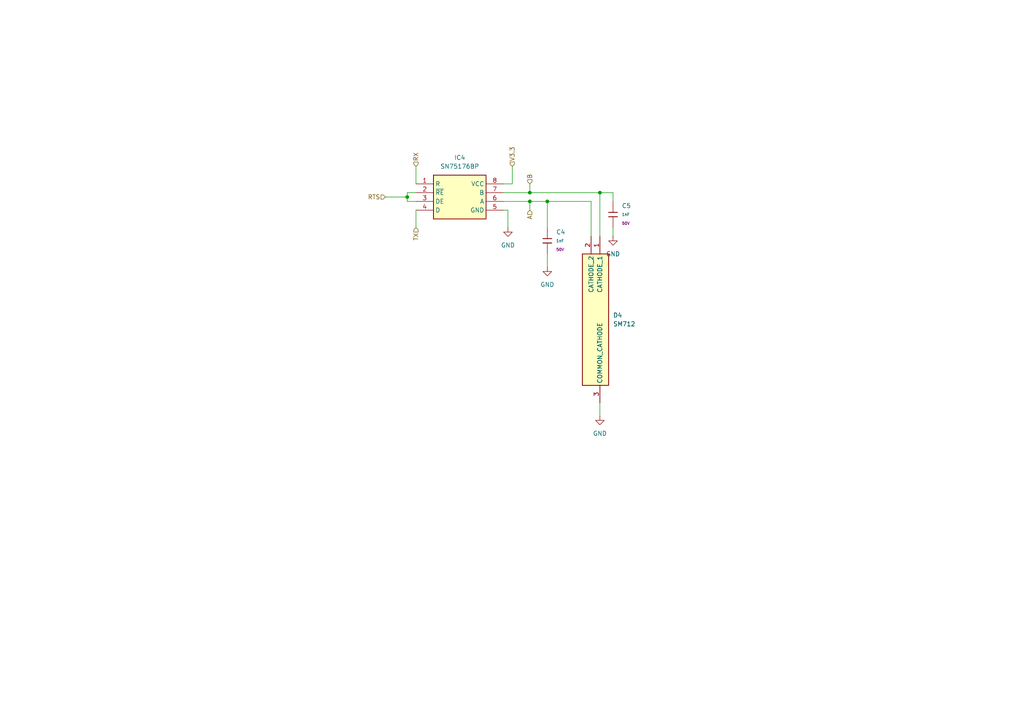
<source format=kicad_sch>
(kicad_sch (version 20250114) (generator "eeschema") (generator_version "9.0")
  (paper "A4")
  (lib_symbols
    (symbol "PCM_JLCPCB-Capacitors:0402,1nF" (pin_numbers (hide yes)) (pin_names (offset 0))
      (property "Reference" "C" (at 2.032 1.668 0))
      (property "Value" "1nF" (at 2.032 -0.3782 0))
      (property "Voltage Rated" "50V" (at 2.032 -2.0462 0))
      (symbol "0402,1nF_0_1"
        (polyline (pts (xy -1.27 0.635) (xy 1.27 0.635)) (stroke (width 0.254)))
        (polyline (pts (xy -1.27 -0.635) (xy 1.27 -0.635)) (stroke (width 0.254)))
      )
      (symbol "0402,1nF_1_1"
        (pin passive line (at 0 3.81 270) (length 3.175) (name "~") (number "1"))
        (pin passive line (at 0 -3.81 90) (length 3.175) (name "~") (number "2"))
      )
    )
    (symbol "SamacSys_Parts:SM712"
      (property "Reference" "D" (at 44.45 7.62 0))
      (property "Value" "SM712" (at 44.45 5.08 0))
      (symbol "SM712_1_1"
        (rectangle (start 5.08 2.54) (end 43.18 -5.08) (stroke (width 0.254)) (fill (type background)))
        (pin passive line (at 0 0 0) (length 5.08) (name "CATHODE_1") (number "1"))
        (pin passive line (at 0 -2.54 0) (length 5.08) (name "CATHODE_2") (number "2"))
        (pin passive line (at 48.26 0 180) (length 5.08) (name "COMMON_CATHODE") (number "3"))
      )
    )
    (symbol "SamacSys_Parts:SN75176BP"
      (property "Reference" "IC" (at 21.59 7.62 0))
      (property "Value" "SN75176BP" (at 21.59 5.08 0))
      (symbol "SN75176BP_1_1"
        (rectangle (start 5.08 2.54) (end 20.32 -10.16) (stroke (width 0.254)) (fill (type background)))
        (pin passive line (at 0 0 0) (length 5.08) (name "R") (number "1"))
        (pin passive line (at 0 -2.54 0) (length 5.08) (name "~{RE}") (number "2"))
        (pin passive line (at 0 -5.08 0) (length 5.08) (name "DE") (number "3"))
        (pin passive line (at 0 -7.62 0) (length 5.08) (name "D") (number "4"))
        (pin passive line (at 25.4 0 180) (length 5.08) (name "VCC") (number "8"))
        (pin passive line (at 25.4 -2.54 180) (length 5.08) (name "B") (number "7"))
        (pin passive line (at 25.4 -5.08 180) (length 5.08) (name "A") (number "6"))
        (pin passive line (at 25.4 -7.62 180) (length 5.08) (name "GND") (number "5"))
      )
    )
    (symbol "power:GND" (power) (pin_numbers (hide yes)) (pin_names (offset 0) (hide yes))
      (property "Value" "GND" (at 0 -3.81 0))
      (symbol "GND_0_1"
        (polyline (pts (xy 0 0) (xy 0 -1.27) (xy 1.27 -1.27) (xy 0 -2.54) (xy -1.27 -1.27) (xy 0 -1.27)))
      )
      (symbol "GND_1_1"
        (pin power_in line (at 0 0 270) (length 0) (name "~") (number "1"))
      )
    )
  )
  (junction (at 118.11 57.15))
  (junction (at 153.67 58.42))
  (junction (at 173.99 55.88))
  (junction (at 153.67 55.88))
  (junction (at 158.75 58.42))
  (wire (pts (xy 173.99 55.88) (xy 153.67 55.88)))
  (wire (pts (xy 158.75 58.42) (xy 153.67 58.42)))
  (wire (pts (xy 120.65 58.42) (xy 118.11 58.42)))
  (wire (pts (xy 148.59 53.34) (xy 146.05 53.34)))
  (wire (pts (xy 111.76 57.15) (xy 118.11 57.15)))
  (wire (pts (xy 171.45 68.58) (xy 171.45 58.42)))
  (wire (pts (xy 120.65 48.26) (xy 120.65 53.34)))
  (wire (pts (xy 120.65 60.96) (xy 120.65 66.04)))
  (wire (pts (xy 173.99 116.84) (xy 173.99 120.65)))
  (wire (pts (xy 147.32 66.04) (xy 147.32 60.96)))
  (wire (pts (xy 118.11 57.15) (xy 118.11 55.88)))
  (wire (pts (xy 147.32 60.96) (xy 146.05 60.96)))
  (wire (pts (xy 177.8 66.04) (xy 177.8 68.58)))
  (wire (pts (xy 153.67 58.42) (xy 146.05 58.42)))
  (wire (pts (xy 148.59 48.26) (xy 148.59 53.34)))
  (wire (pts (xy 118.11 58.42) (xy 118.11 57.15)))
  (wire (pts (xy 177.8 58.42) (xy 177.8 55.88)))
  (wire (pts (xy 158.75 73.66) (xy 158.75 77.47)))
  (wire (pts (xy 153.67 55.88) (xy 146.05 55.88)))
  (wire (pts (xy 153.67 53.34) (xy 153.67 55.88)))
  (wire (pts (xy 153.67 58.42) (xy 153.67 60.96)))
  (wire (pts (xy 173.99 55.88) (xy 173.99 68.58)))
  (wire (pts (xy 118.11 55.88) (xy 120.65 55.88)))
  (wire (pts (xy 173.99 55.88) (xy 177.8 55.88)))
  (wire (pts (xy 158.75 58.42) (xy 158.75 66.04)))
  (wire (pts (xy 171.45 58.42) (xy 158.75 58.42)))
  (hierarchical_label "B" (shape input) (at 153.67 53.34 90))
  (hierarchical_label "RTS" (shape input) (at 111.76 57.15 180))
  (hierarchical_label "V3.3" (shape input) (at 148.59 48.26 90))
  (hierarchical_label "TX" (shape input) (at 120.65 66.04 270))
  (hierarchical_label "RX" (shape input) (at 120.65 48.26 90))
  (hierarchical_label "A" (shape input) (at 153.67 60.96 270))
  (symbol (lib_id "power:GND") (at 158.75 77.47 0) (unit 1)
    (property "Reference" "#PWR07" (effects (hide yes)))
    (property "Value" "GND" (at 158.75 82.55 0))
    (property "Description" "Power symbol creates a global label with name \"GND\" , ground" (effects (hide yes)))
  )
  (symbol (lib_id "SamacSys_Parts:SM712") (at 173.99 68.58 270) (unit 1)
    (property "Reference" "D4" (at 177.8 91.4399 90) (effects (justify left)))
    (property "Value" "SM712" (at 177.8 93.9799 90) (effects (justify left)))
    (property "Footprint" "SOT95P240X115-3N" (effects (hide yes)))
    (property "Datasheet" "https://datasheet.lcsc.com/szlcsc/DOWO-SM712_C293966.pdf" (effects (hide yes)))
    (property "Description" "TVS diode" (effects (hide yes)))
    (property "Height" "1.15" (effects (hide yes)))
    (property "Manufacturer_Name" "DOWO" (effects (hide yes)))
    (property "Manufacturer_Part_Number" "SM712" (effects (hide yes)))
  )
  (symbol (lib_id "power:GND") (at 177.8 68.58 0) (unit 1)
    (property "Reference" "#PWR08" (effects (hide yes)))
    (property "Value" "GND" (at 177.8 73.66 0))
    (property "Description" "Power symbol creates a global label with name \"GND\" , ground" (effects (hide yes)))
  )
  (symbol (lib_id "power:GND") (at 147.32 66.04 0) (unit 1)
    (property "Reference" "#PWR01" (effects (hide yes)))
    (property "Value" "GND" (at 147.32 71.12 0))
    (property "Description" "Power symbol creates a global label with name \"GND\" , ground" (effects (hide yes)))
  )
  (symbol (lib_id "SamacSys_Parts:SN75176BP") (at 120.65 53.34 0) (unit 1)
    (property "Reference" "IC4" (at 133.35 45.72 0))
    (property "Value" "SN75176BP" (at 133.35 48.26 0))
    (property "Footprint" "DIP794W53P254L959H508Q8N" (effects (hide yes)))
    (property "Datasheet" "http://www.ti.com/lit/ds/symlink/sn75176b.pdf" (effects (hide yes)))
    (property "Description" "SN75176BP, Line Transceiver Differential, 5 V, 8-Pin PDIP" (effects (hide yes)))
    (property "Height" "5.08" (effects (hide yes)))
    (property "Manufacturer_Name" "Texas Instruments" (effects (hide yes)))
    (property "Manufacturer_Part_Number" "SN75176BP" (effects (hide yes)))
    (property "Mouser Part Number" "595-SN75176BP" (effects (hide yes)))
    (property "Mouser Price/Stock" "https://www.mouser.co.uk/ProductDetail/Texas-Instruments/SN75176BP?qs=FetendrIl6uStzmaeBLInA%3D%3D" (effects (hide yes)))
    (property "Arrow Part Number" "SN75176BP" (effects (hide yes)))
    (property "Arrow Price/Stock" "https://www.arrow.com/en/products/sn75176bp/texas-instruments?utm_currency=USD&region=nac" (effects (hide yes)))
  )
  (symbol (lib_id "PCM_JLCPCB-Capacitors:0402,1nF") (at 177.8 62.23 0) (unit 1)
    (property "Reference" "C5" (at 180.34 59.6899 0) (effects (justify left)))
    (property "Value" "1nF" (at 180.34 62.23 0) (effects (font (size 0.8 0.8)) (justify left)))
    (property "Footprint" "PCM_JLCPCB:C_0402" (effects (hide yes)))
    (property "Datasheet" "https://www.lcsc.com/datasheet/lcsc_datasheet_2304140030_FH--Guangdong-Fenghua-Advanced-Tech-0402B102K500NT_C1523.pdf" (effects (hide yes)))
    (property "Description" "50V 1nF X7R ±10% 0402 Multilayer Ceramic Capacitors MLCC - SMD/SMT ROHS" (effects (hide yes)))
    (property "LCSC" "C1523" (effects (hide yes)))
    (property "Stock" "1363924" (effects (hide yes)))
    (property "Price" "0.004USD" (effects (hide yes)))
    (property "Process" "SMT" (effects (hide yes)))
    (property "Minimum Qty" "20" (effects (hide yes)))
    (property "Attrition Qty" "10" (effects (hide yes)))
    (property "Class" "Basic Component" (effects (hide yes)))
    (property "Category" "Capacitors,Multilayer Ceramic Capacitors MLCC - SMD/SMT" (effects (hide yes)))
    (property "Manufacturer" "FH(Guangdong Fenghua Advanced Tech)" (effects (hide yes)))
    (property "Part" "0402B102K500NT" (effects (hide yes)))
    (property "Voltage Rated" "50V" (at 180.34 64.77 0) (effects (font (size 0.8 0.8)) (justify left)))
    (property "Tolerance" "±10%" (effects (hide yes)))
    (property "Capacitance" "1nF" (effects (hide yes)))
    (property "Temperature Coefficient" "X7R" (effects (hide yes)))
  )
  (symbol (lib_id "power:GND") (at 173.99 120.65 0) (unit 1)
    (property "Reference" "#PWR02" (effects (hide yes)))
    (property "Value" "GND" (at 173.99 125.73 0))
    (property "Description" "Power symbol creates a global label with name \"GND\" , ground" (effects (hide yes)))
  )
  (symbol (lib_id "PCM_JLCPCB-Capacitors:0402,1nF") (at 158.75 69.85 0) (unit 1)
    (property "Reference" "C4" (at 161.29 67.3099 0) (effects (justify left)))
    (property "Value" "1nF" (at 161.29 69.85 0) (effects (font (size 0.8 0.8)) (justify left)))
    (property "Footprint" "PCM_JLCPCB:C_0402" (effects (hide yes)))
    (property "Datasheet" "https://www.lcsc.com/datasheet/lcsc_datasheet_2304140030_FH--Guangdong-Fenghua-Advanced-Tech-0402B102K500NT_C1523.pdf" (effects (hide yes)))
    (property "Description" "50V 1nF X7R ±10% 0402 Multilayer Ceramic Capacitors MLCC - SMD/SMT ROHS" (effects (hide yes)))
    (property "LCSC" "C1523" (effects (hide yes)))
    (property "Stock" "1363924" (effects (hide yes)))
    (property "Price" "0.004USD" (effects (hide yes)))
    (property "Process" "SMT" (effects (hide yes)))
    (property "Minimum Qty" "20" (effects (hide yes)))
    (property "Attrition Qty" "10" (effects (hide yes)))
    (property "Class" "Basic Component" (effects (hide yes)))
    (property "Category" "Capacitors,Multilayer Ceramic Capacitors MLCC - SMD/SMT" (effects (hide yes)))
    (property "Manufacturer" "FH(Guangdong Fenghua Advanced Tech)" (effects (hide yes)))
    (property "Part" "0402B102K500NT" (effects (hide yes)))
    (property "Voltage Rated" "50V" (at 161.29 72.39 0) (effects (font (size 0.8 0.8)) (justify left)))
    (property "Tolerance" "±10%" (effects (hide yes)))
    (property "Capacitance" "1nF" (effects (hide yes)))
    (property "Temperature Coefficient" "X7R" (effects (hide yes)))
  )
)
</source>
